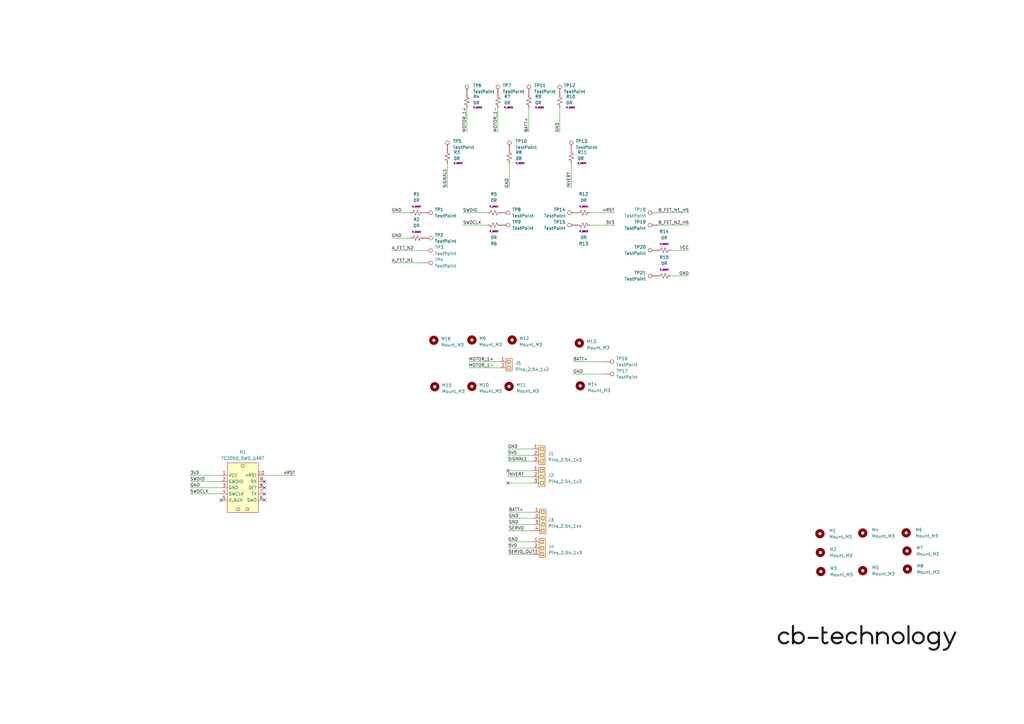
<source format=kicad_sch>
(kicad_sch (version 20230121) (generator eeschema)
  (paper "A3")
  (title_block (title "THE BRAWN - 20A LOGIC FIXTURE") (date "2023-05-29") (rev "v1.0") (company "CB-TECHNOLOGY"))
  (lib_symbols
    (symbol ".J_Connector:Pins_2.54_1x2" (pin_names hide)
      (property "Reference" "J" (at -1.27 6.35 0))
      (property "Value" "Pins_2.54_1x2" (at 0 -1.27 0))
      (symbol "Pins_2.54_1x2_0_1"
        (rectangle (start -1.27 5.08) (end 1.27 0) (stroke (width 0.1524)) (fill (type background)))
        (rectangle (start -0.635 1.905) (end 0.635 0.635) (stroke (width 0.1524)))
        (rectangle (start -0.635 4.445) (end 0.635 3.175) (stroke (width 0.1524)))
      )
      (symbol "Pins_2.54_1x2_1_1"
        (pin passive line (at -3.81 3.81 0) (length 2.54) (name "1") (number "1"))
        (pin passive line (at -3.81 1.27 0) (length 2.54) (name "2") (number "2"))
      )
    )
    (symbol ".J_Connector:Pins_2.54_1x3" (pin_names hide)
      (property "Reference" "J" (at -1.27 8.89 0))
      (property "Value" "Pins_2.54_1x3" (at 0 -1.27 0))
      (symbol "Pins_2.54_1x3_0_1"
        (rectangle (start -1.27 7.62) (end 1.27 0) (stroke (width 0.1524)) (fill (type background)))
        (rectangle (start -0.635 1.905) (end 0.635 0.635) (stroke (width 0.1524)))
        (rectangle (start -0.635 4.445) (end 0.635 3.175) (stroke (width 0.1524)))
        (rectangle (start -0.635 6.985) (end 0.635 5.715) (stroke (width 0.1524)))
      )
      (symbol "Pins_2.54_1x3_1_1"
        (pin passive line (at -3.81 6.35 0) (length 2.54) (name "1") (number "1"))
        (pin passive line (at -3.81 3.81 0) (length 2.54) (name "2") (number "2"))
        (pin passive line (at -3.81 1.27 0) (length 2.54) (name "3") (number "3"))
      )
    )
    (symbol ".J_Connector:Pins_2.54_1x4" (pin_names hide)
      (property "Reference" "J" (at -1.27 11.43 0))
      (property "Value" "Pins_2.54_1x4" (at 0 -1.27 0))
      (symbol "Pins_2.54_1x4_0_1"
        (rectangle (start -1.27 10.16) (end 1.27 0) (stroke (width 0.1524)) (fill (type background)))
        (rectangle (start -0.635 1.905) (end 0.635 0.635) (stroke (width 0.1524)))
        (rectangle (start -0.635 4.445) (end 0.635 3.175) (stroke (width 0.1524)))
        (rectangle (start -0.635 6.985) (end 0.635 5.715) (stroke (width 0.1524)))
        (rectangle (start -0.635 9.525) (end 0.635 8.255) (stroke (width 0.1524)))
      )
      (symbol "Pins_2.54_1x4_1_1"
        (pin passive line (at -3.81 8.89 0) (length 2.54) (name "1") (number "1"))
        (pin passive line (at -3.81 6.35 0) (length 2.54) (name "2") (number "2"))
        (pin passive line (at -3.81 3.81 0) (length 2.54) (name "3") (number "3"))
        (pin passive line (at -3.81 1.27 0) (length 2.54) (name "4") (number "4"))
      )
    )
    (symbol ".M_Mechanical:Mount_M3" (in_bom no)
      (property "Reference" "M" (at -1.27 3.81 0))
      (property "Value" "Mount_M3" (at 0 -3.81 0))
      (symbol "Mount_M3_0_1"
        (circle (center 0 0) (radius 1.27) (stroke (width 1.27)))
      )
    )
    (symbol ".N_NonPart:TC2050_SWD_UART" (in_bom no)
      (property "Reference" "N" (at -6.4 11.5 0))
      (property "Value" "TC2050_SWD_UART" (at 0 -11.5 0))
      (symbol "TC2050_SWD_UART_0_1"
        (rectangle (start -6.35 10.16) (end 6.35 -10.16) (stroke (width 0.1524)) (fill (type background)))
        (circle (center -1.905 -8.89) (radius 0.635) (stroke (width 0.1524)))
        (circle (center 0 8.89) (radius 0.635) (stroke (width 0.1524)))
        (circle (center 1.905 -8.89) (radius 0.635) (stroke (width 0.1524)))
      )
      (symbol "TC2050_SWD_UART_1_1"
        (pin power_in line (at -8.89 5.08 0) (length 2.54) (name "VCC") (number "1"))
        (pin output line (at 8.89 5.08 180) (length 2.54) (name "nRST") (number "10"))
        (pin bidirectional line (at -8.89 2.54 0) (length 2.54) (name "SWDIO") (number "2"))
        (pin power_in line (at -8.89 0 0) (length 2.54) (name "GND") (number "3"))
        (pin bidirectional line (at -8.89 -2.54 0) (length 2.54) (name "SWCLK") (number "4"))
        (pin power_out line (at -8.89 -5.08 0) (length 2.54) (name "V_AUX") (number "5"))
        (pin bidirectional line (at 8.89 -5.08 180) (length 2.54) (name "SWO") (number "6"))
        (pin output line (at 8.89 -2.54 180) (length 2.54) (name "TX") (number "7"))
        (pin output line (at 8.89 0 180) (length 2.54) (name "DET") (number "8"))
        (pin input line (at 8.89 2.54 180) (length 2.54) (name "RX") (number "9"))
      )
    )
    (symbol ".R_Resistor:R_0603" (pin_numbers hide) (pin_names (offset 1.016))
      (property "Reference" "R" (at 2.54 1.905 0))
      (property "Value" "R_0603" (at 5.08 0 0))
      (property "Size" "R_0603" (at 3.81 -1.905 0))
      (symbol "R_0603_1_1"
        (polyline (pts (xy 0 0) (xy 1.016 -0.381) (xy 0 -0.762) (xy -1.016 -1.143) (xy 0 -1.524)))
        (polyline (pts (xy 0 1.524) (xy 1.016 1.143) (xy 0 0.762) (xy -1.016 0.381) (xy 0 0)))
        (pin passive line (at 0 2.54 270) (length 1.016) (name "~") (number "1"))
        (pin passive line (at 0 -2.54 90) (length 1.016) (name "~") (number "2"))
      )
    )
    (symbol "Connector:TestPoint" (pin_numbers hide) (pin_names (offset 0.762) hide)
      (property "Reference" "TP" (at 0 6.858 0))
      (property "Value" "TestPoint" (at 0 5.08 0))
      (symbol "TestPoint_0_1"
        (circle (center 0 3.302) (radius 0.762))
      )
      (symbol "TestPoint_1_1"
        (pin passive line (at 0 0 90) (length 2.54) (name "1") (number "1"))
      )
    )
  )
  (no_connect (at 208.28 193.04))
  (no_connect (at 90.678 205.105))
  (no_connect (at 108.458 200.025))
  (no_connect (at 108.458 202.565))
  (no_connect (at 208.28 198.12))
  (no_connect (at 108.458 197.485))
  (no_connect (at 108.458 205.105))
  (wire (pts (xy 218.44 186.69) (xy 208.28 186.69)))
  (wire (pts (xy 204.216 44.069) (xy 204.216 54.229)))
  (wire (pts (xy 247.777 148.336) (xy 235.077 148.336)))
  (wire (pts (xy 218.44 198.12) (xy 208.28 198.12)))
  (wire (pts (xy 191.516 44.069) (xy 191.516 54.229)))
  (wire (pts (xy 173.355 107.823) (xy 160.655 107.823)))
  (wire (pts (xy 218.44 195.58) (xy 208.28 195.58)))
  (wire (pts (xy 269.875 92.329) (xy 282.575 92.329)))
  (wire (pts (xy 90.678 200.025) (xy 77.978 200.025)))
  (wire (pts (xy 173.355 102.743) (xy 160.655 102.743)))
  (wire (pts (xy 218.44 193.04) (xy 208.28 193.04)))
  (wire (pts (xy 168.275 87.249) (xy 160.655 87.249)))
  (wire (pts (xy 218.44 184.15) (xy 208.28 184.15)))
  (wire (pts (xy 208.915 66.929) (xy 208.915 77.089)))
  (wire (pts (xy 234.315 66.929) (xy 234.315 77.089)))
  (wire (pts (xy 274.955 102.616) (xy 282.575 102.616)))
  (wire (pts (xy 183.515 66.929) (xy 183.515 77.089)))
  (wire (pts (xy 168.275 97.663) (xy 160.655 97.663)))
  (wire (pts (xy 218.44 189.23) (xy 208.28 189.23)))
  (wire (pts (xy 200.025 87.249) (xy 189.865 87.249)))
  (wire (pts (xy 269.875 87.249) (xy 282.575 87.249)))
  (wire (pts (xy 218.567 224.79) (xy 208.407 224.79)))
  (wire (pts (xy 274.955 113.157) (xy 282.575 113.157)))
  (wire (pts (xy 218.821 212.598) (xy 208.661 212.598)))
  (wire (pts (xy 204.978 150.876) (xy 192.278 150.876)))
  (wire (pts (xy 216.916 44.069) (xy 216.916 54.229)))
  (wire (pts (xy 204.978 148.336) (xy 192.278 148.336)))
  (wire (pts (xy 218.567 222.25) (xy 208.407 222.25)))
  (wire (pts (xy 218.821 210.058) (xy 208.661 210.058)))
  (wire (pts (xy 247.777 153.416) (xy 235.077 153.416)))
  (wire (pts (xy 200.025 92.329) (xy 189.865 92.329)))
  (wire (pts (xy 108.458 194.945) (xy 121.158 194.945)))
  (wire (pts (xy 241.935 92.329) (xy 252.095 92.329)))
  (wire (pts (xy 229.616 44.069) (xy 229.616 54.229)))
  (wire (pts (xy 90.678 202.565) (xy 77.978 202.565)))
  (wire (pts (xy 218.821 217.678) (xy 208.661 217.678)))
  (wire (pts (xy 218.821 215.138) (xy 208.661 215.138)))
  (wire (pts (xy 218.567 227.33) (xy 208.407 227.33)))
  (wire (pts (xy 90.678 197.485) (xy 77.978 197.485)))
  (wire (pts (xy 90.678 194.945) (xy 77.978 194.945)))
  (wire (pts (xy 241.935 87.249) (xy 252.095 87.249)))
  (image (at 355.6 261.62) (scale 0.288117))
  (label "5V0" (at 208.28 186.69 0))
  (label "MOTOR_1+" (at 192.278 148.336 0))
  (label "GND" (at 208.661 212.598 0))
  (label "GND" (at 208.661 215.138 0))
  (label "BATT+" (at 235.077 148.336 0))
  (label "INVERT" (at 234.315 77.089 90))
  (label "3V3" (at 77.978 194.945 0))
  (label "SWDCLK" (at 189.865 92.329 0))
  (label "nRST" (at 121.158 194.945 180))
  (label "A_FET_N1" (at 160.655 107.823 0))
  (label "MOTOR_1-" (at 204.216 54.229 90))
  (label "MOTOR_1-" (at 192.278 150.876 0))
  (label "GND" (at 208.915 77.089 90))
  (label "GND" (at 229.616 54.229 90))
  (label "GND" (at 208.28 184.15 0))
  (label "3V3" (at 252.095 92.329 180))
  (label "SWDIO" (at 77.978 197.485 0))
  (label "SWDIO" (at 189.865 87.249 0))
  (label "5V0" (at 208.407 224.79 0))
  (label "BATT+" (at 208.661 210.058 0))
  (label "A_FET_N2" (at 160.655 102.743 0))
  (label "BATT+" (at 216.916 54.229 90))
  (label "MOTOR_1+" (at 191.516 54.229 90))
  (label "SIGNAL1" (at 183.515 77.089 90))
  (label "GND" (at 160.655 97.663 0))
  (label "GND" (at 282.575 113.157 180))
  (label "GND" (at 208.407 222.25 0))
  (label "SWDCLK" (at 77.978 202.565 0))
  (label "INVERT" (at 208.28 195.58 0))
  (label "B_FET_N1_HS" (at 282.575 87.249 180))
  (label "VCC" (at 282.575 102.616 180))
  (label "nRST" (at 252.095 87.249 180))
  (label "B_FET_N2_HS" (at 282.575 92.329 180))
  (label "GND" (at 77.978 200.025 0))
  (label "SIGNAL1" (at 208.28 189.23 0))
  (label "GND" (at 235.077 153.416 0))
  (label "SERVO_OUT" (at 208.407 227.33 0))
  (label "SERVO" (at 208.661 217.678 0))
  (label "GND" (at 160.655 87.249 0))
  (symbol (lib_id "Connector:TestPoint") (at 229.616 38.989 0) (unit 1)
    (property "Reference" "TP12" (at 231.1654 35.052 0) (effects (justify left)))
    (property "Value" "TestPoint" (at 231.1654 37.592 0) (effects (justify left)))
    (property "Footprint" "TestPoint:TestPoint_THTPad_D3.0mm_Drill1.5mm" (effects hide))
  )
  (symbol (lib_id ".M_Mechanical:Mount_M3") (at 353.8474 234.061 0) (unit 1) (in_bom no)
    (property "Reference" "M5" (at 357.5812 232.7909 0) (effects (justify left)))
    (property "Value" "Mount_M3" (at 357.5812 235.3309 0) (effects (justify left)))
    (property "Footprint" ".M_Mechanical:Mount_M3" (effects hide))
  )
  (symbol (lib_id ".R_Resistor:R_0603") (at 170.815 97.663 90) (unit 1)
    (property "Reference" "R2" (at 170.815 90.043 90))
    (property "Value" "0R" (at 170.815 92.583 90))
    (property "Footprint" ".R_Resistor:R_0603" (effects hide))
    (property "Size" "R_0603" (at 170.815 95.123 90) (effects (font (size 0.635 0.635))))
  )
  (symbol (lib_id ".M_Mechanical:Mount_M3") (at 372.0084 225.9838 0) (unit 1) (in_bom no)
    (property "Reference" "M7" (at 375.7422 224.7137 0) (effects (justify left)))
    (property "Value" "Mount_M3" (at 375.7422 227.2537 0) (effects (justify left)))
    (property "Footprint" ".M_Mechanical:Mount_M3" (effects hide))
  )
  (symbol (lib_id "Connector:TestPoint") (at 173.355 102.743 270) (unit 1)
    (property "Reference" "TP3" (at 178.2572 101.4729 90) (effects (justify left)))
    (property "Value" "TestPoint" (at 178.2572 104.0129 90) (effects (justify left)))
    (property "Footprint" "TestPoint:TestPoint_THTPad_D3.0mm_Drill1.5mm" (effects hide))
  )
  (symbol (lib_id "Connector:TestPoint") (at 191.516 38.989 0) (unit 1)
    (property "Reference" "TP6" (at 193.9036 35.052 0) (effects (justify left)))
    (property "Value" "TestPoint" (at 193.9036 37.592 0) (effects (justify left)))
    (property "Footprint" "TestPoint:TestPoint_THTPad_D3.0mm_Drill1.5mm" (effects hide))
  )
  (symbol (lib_id ".R_Resistor:R_0603") (at 272.415 102.616 90) (unit 1)
    (property "Reference" "R14" (at 272.415 94.996 90))
    (property "Value" "0R" (at 272.415 97.536 90))
    (property "Footprint" ".R_Resistor:R_0603" (effects hide))
    (property "Size" "R_0603" (at 272.415 100.076 90) (effects (font (size 0.635 0.635))))
  )
  (symbol (lib_id ".M_Mechanical:Mount_M3") (at 237.617 140.716 0) (unit 1) (in_bom no)
    (property "Reference" "M13" (at 240.538 140.081 0) (effects (justify left)))
    (property "Value" "Mount_M3" (at 240.538 142.621 0) (effects (justify left)))
    (property "Footprint" ".M_Mechanical:Mount_M3" (effects hide))
  )
  (symbol (lib_id "Connector:TestPoint") (at 269.875 87.249 90) (mirror x) (unit 1)
    (property "Reference" "TP18" (at 264.9728 85.9789 90) (effects (justify left)))
    (property "Value" "TestPoint" (at 264.9728 88.5189 90) (effects (justify left)))
    (property "Footprint" "TestPoint:TestPoint_THTPad_D3.0mm_Drill1.5mm" (effects hide))
  )
  (symbol (lib_id ".M_Mechanical:Mount_M3") (at 193.548 139.446 0) (unit 1) (in_bom no)
    (property "Reference" "M9" (at 196.469 138.811 0) (effects (justify left)))
    (property "Value" "Mount_M3" (at 196.469 141.351 0) (effects (justify left)))
    (property "Footprint" ".M_Mechanical:Mount_M3" (effects hide))
  )
  (symbol (lib_id "Connector:TestPoint") (at 236.855 87.249 90) (mirror x) (unit 1)
    (property "Reference" "TP14" (at 231.9528 85.9789 90) (effects (justify left)))
    (property "Value" "TestPoint" (at 231.9528 88.5189 90) (effects (justify left)))
    (property "Footprint" "TestPoint:TestPoint_THTPad_D3.0mm_Drill1.5mm" (effects hide))
  )
  (symbol (lib_id "Connector:TestPoint") (at 204.216 38.989 0) (unit 1)
    (property "Reference" "TP7" (at 206.121 35.052 0) (effects (justify left)))
    (property "Value" "TestPoint" (at 206.121 37.592 0) (effects (justify left)))
    (property "Footprint" "TestPoint:TestPoint_THTPad_D3.0mm_Drill1.5mm" (effects hide))
  )
  (symbol (lib_id ".J_Connector:Pins_2.54_1x3") (at 222.377 228.6 0) (unit 1)
    (property "Reference" "J4" (at 224.917 224.155 0) (effects (justify left)))
    (property "Value" "Pins_2.54_1x3" (at 224.917 226.695 0) (effects (justify left)))
    (property "Footprint" ".J_Connector:Pins-2.54-1x3" (effects hide))
  )
  (symbol (lib_id ".M_Mechanical:Mount_M3") (at 210.058 139.446 0) (unit 1) (in_bom no)
    (property "Reference" "M12" (at 212.979 138.811 0) (effects (justify left)))
    (property "Value" "Mount_M3" (at 212.979 141.351 0) (effects (justify left)))
    (property "Footprint" ".M_Mechanical:Mount_M3" (effects hide))
  )
  (symbol (lib_id ".R_Resistor:R_0603") (at 202.565 92.329 90) (mirror x) (unit 1)
    (property "Reference" "R6" (at 202.565 99.949 90))
    (property "Value" "0R" (at 202.565 97.409 90))
    (property "Footprint" ".R_Resistor:R_0603" (effects hide))
    (property "Size" "R_0603" (at 202.565 94.869 90) (effects (font (size 0.635 0.635))))
  )
  (symbol (lib_id "Connector:TestPoint") (at 247.777 153.416 270) (unit 1)
    (property "Reference" "TP17" (at 252.6792 152.1459 90) (effects (justify left)))
    (property "Value" "TestPoint" (at 252.6792 154.6859 90) (effects (justify left)))
    (property "Footprint" "TestPoint:TestPoint_THTPad_D3.0mm_Drill1.5mm" (effects hide))
  )
  (symbol (lib_id ".M_Mechanical:Mount_M3") (at 336.296 218.8972 0) (unit 1) (in_bom no)
    (property "Reference" "M1" (at 340.0298 217.6271 0) (effects (justify left)))
    (property "Value" "Mount_M3" (at 340.0298 220.1671 0) (effects (justify left)))
    (property "Footprint" ".M_Mechanical:Mount_M3" (effects hide))
  )
  (symbol (lib_id ".R_Resistor:R_0603") (at 239.395 87.249 90) (unit 1)
    (property "Reference" "R12" (at 239.395 79.629 90))
    (property "Value" "0R" (at 239.395 82.169 90))
    (property "Footprint" ".R_Resistor:R_0603" (effects hide))
    (property "Size" "R_0603" (at 239.395 84.709 90) (effects (font (size 0.635 0.635))))
  )
  (symbol (lib_id "Connector:TestPoint") (at 269.875 92.329 90) (mirror x) (unit 1)
    (property "Reference" "TP19" (at 264.9728 91.0589 90) (effects (justify left)))
    (property "Value" "TestPoint" (at 264.9728 93.5989 90) (effects (justify left)))
    (property "Footprint" "TestPoint:TestPoint_THTPad_D3.0mm_Drill1.5mm" (effects hide))
  )
  (symbol (lib_id ".R_Resistor:R_0603") (at 191.516 41.529 0) (unit 1)
    (property "Reference" "R4" (at 194.056 39.624 0) (effects (justify left)))
    (property "Value" "0R" (at 194.056 42.164 0) (effects (justify left)))
    (property "Footprint" ".R_Resistor:R_0603" (effects hide))
    (property "Size" "R_0603" (at 194.056 44.069 0) (effects (font (size 0.635 0.635)) (justify left)))
  )
  (symbol (lib_id "Connector:TestPoint") (at 269.875 113.157 90) (mirror x) (unit 1)
    (property "Reference" "TP21" (at 264.9728 111.8869 90) (effects (justify left)))
    (property "Value" "TestPoint" (at 264.9728 114.4269 90) (effects (justify left)))
    (property "Footprint" "TestPoint:TestPoint_THTPad_D3.0mm_Drill1.5mm" (effects hide))
  )
  (symbol (lib_id ".R_Resistor:R_0603") (at 170.815 87.249 90) (unit 1)
    (property "Reference" "R1" (at 170.815 79.629 90))
    (property "Value" "0R" (at 170.815 82.169 90))
    (property "Footprint" ".R_Resistor:R_0603" (effects hide))
    (property "Size" "R_0603" (at 170.815 84.709 90) (effects (font (size 0.635 0.635))))
  )
  (symbol (lib_id "Connector:TestPoint") (at 269.875 102.616 90) (mirror x) (unit 1)
    (property "Reference" "TP20" (at 264.9728 101.3459 90) (effects (justify left)))
    (property "Value" "TestPoint" (at 264.9728 103.8859 90) (effects (justify left)))
    (property "Footprint" "TestPoint:TestPoint_THTPad_D3.0mm_Drill1.5mm" (effects hide))
  )
  (symbol (lib_id "Connector:TestPoint") (at 236.855 92.329 90) (mirror x) (unit 1)
    (property "Reference" "TP15" (at 231.9528 91.0589 90) (effects (justify left)))
    (property "Value" "TestPoint" (at 231.9528 93.5989 90) (effects (justify left)))
    (property "Footprint" "TestPoint:TestPoint_THTPad_D3.0mm_Drill1.5mm" (effects hide))
  )
  (symbol (lib_id "Connector:TestPoint") (at 247.777 148.336 270) (unit 1)
    (property "Reference" "TP16" (at 252.6792 147.0659 90) (effects (justify left)))
    (property "Value" "TestPoint" (at 252.6792 149.6059 90) (effects (justify left)))
    (property "Footprint" "TestPoint:TestPoint_THTPad_D3.0mm_Drill1.5mm" (effects hide))
  )
  (symbol (lib_id ".R_Resistor:R_0603") (at 216.916 41.529 0) (unit 1)
    (property "Reference" "R9" (at 219.456 39.624 0) (effects (justify left)))
    (property "Value" "0R" (at 219.456 42.164 0) (effects (justify left)))
    (property "Footprint" ".R_Resistor:R_0603" (effects hide))
    (property "Size" "R_0603" (at 219.456 44.069 0) (effects (font (size 0.635 0.635)) (justify left)))
  )
  (symbol (lib_id ".R_Resistor:R_0603") (at 234.315 64.389 0) (unit 1)
    (property "Reference" "R11" (at 236.855 62.484 0) (effects (justify left)))
    (property "Value" "0R" (at 236.855 65.024 0) (effects (justify left)))
    (property "Footprint" ".R_Resistor:R_0603" (effects hide))
    (property "Size" "R_0603" (at 236.855 66.929 0) (effects (font (size 0.635 0.635)) (justify left)))
  )
  (symbol (lib_id ".N_NonPart:TC2050_SWD_UART") (at 99.568 200.025 0) (unit 1) (in_bom no)
    (property "Reference" "N1" (at 99.568 185.42 0))
    (property "Value" "TC2050_SWD_UART" (at 99.568 187.96 0))
    (property "Footprint" ".N_NonPart:TagConnect_TC2050" (effects hide))
  )
  (symbol (lib_id "Connector:TestPoint") (at 173.355 107.823 270) (unit 1)
    (property "Reference" "TP4" (at 178.2572 106.5529 90) (effects (justify left)))
    (property "Value" "TestPoint" (at 178.2572 109.0929 90) (effects (justify left)))
    (property "Footprint" "TestPoint:TestPoint_THTPad_D3.0mm_Drill1.5mm" (effects hide))
  )
  (symbol (lib_id ".M_Mechanical:Mount_M3") (at 178.308 158.623 0) (unit 1) (in_bom no)
    (property "Reference" "M15" (at 181.229 157.988 0) (effects (justify left)))
    (property "Value" "Mount_M3" (at 181.229 160.528 0) (effects (justify left)))
    (property "Footprint" ".M_Mechanical:Mount_M3" (effects hide))
  )
  (symbol (lib_id ".M_Mechanical:Mount_M3") (at 372.1862 233.4006 0) (unit 1) (in_bom no)
    (property "Reference" "M8" (at 375.92 232.1305 0) (effects (justify left)))
    (property "Value" "Mount_M3" (at 375.92 234.6705 0) (effects (justify left)))
    (property "Footprint" ".M_Mechanical:Mount_M3" (effects hide))
  )
  (symbol (lib_id ".M_Mechanical:Mount_M3") (at 336.4738 226.5934 0) (unit 1) (in_bom no)
    (property "Reference" "M2" (at 340.2076 225.3233 0) (effects (justify left)))
    (property "Value" "Mount_M3" (at 340.2076 227.8633 0) (effects (justify left)))
    (property "Footprint" ".M_Mechanical:Mount_M3" (effects hide))
  )
  (symbol (lib_id ".R_Resistor:R_0603") (at 204.216 41.529 0) (unit 1)
    (property "Reference" "R7" (at 206.756 39.624 0) (effects (justify left)))
    (property "Value" "0R" (at 206.756 42.164 0) (effects (justify left)))
    (property "Footprint" ".R_Resistor:R_0603" (effects hide))
    (property "Size" "R_0603" (at 206.756 44.069 0) (effects (font (size 0.635 0.635)) (justify left)))
  )
  (symbol (lib_id ".J_Connector:Pins_2.54_1x4") (at 222.631 218.948 0) (unit 1)
    (property "Reference" "J3" (at 224.79 213.233 0) (effects (justify left)))
    (property "Value" "Pins_2.54_1x4" (at 224.79 215.773 0) (effects (justify left)))
    (property "Footprint" "J_Connector:Pins-2.54-1x4" (effects hide))
  )
  (symbol (lib_id ".R_Resistor:R_0603") (at 229.616 41.529 0) (unit 1)
    (property "Reference" "R10" (at 232.156 39.624 0) (effects (justify left)))
    (property "Value" "0R" (at 232.156 42.164 0) (effects (justify left)))
    (property "Footprint" ".R_Resistor:R_0603" (effects hide))
    (property "Size" "R_0603" (at 232.156 44.069 0) (effects (font (size 0.635 0.635)) (justify left)))
  )
  (symbol (lib_id "Connector:TestPoint") (at 208.915 61.849 0) (unit 1)
    (property "Reference" "TP10" (at 211.328 57.912 0) (effects (justify left)))
    (property "Value" "TestPoint" (at 211.328 60.452 0) (effects (justify left)))
    (property "Footprint" "TestPoint:TestPoint_THTPad_D3.0mm_Drill1.5mm" (effects hide))
  )
  (symbol (lib_id ".R_Resistor:R_0603") (at 272.415 113.157 90) (unit 1)
    (property "Reference" "R15" (at 272.415 105.537 90))
    (property "Value" "0R" (at 272.415 108.077 90))
    (property "Footprint" ".R_Resistor:R_0603" (effects hide))
    (property "Size" "R_0603" (at 272.415 110.617 90) (effects (font (size 0.635 0.635))))
  )
  (symbol (lib_id "Connector:TestPoint") (at 173.355 97.663 270) (unit 1)
    (property "Reference" "TP2" (at 178.2572 96.3929 90) (effects (justify left)))
    (property "Value" "TestPoint" (at 178.2572 98.9329 90) (effects (justify left)))
    (property "Footprint" "TestPoint:TestPoint_THTPad_D3.0mm_Drill1.5mm" (effects hide))
  )
  (symbol (lib_id ".J_Connector:Pins_2.54_1x2") (at 208.788 152.146 0) (unit 1)
    (property "Reference" "J5" (at 211.328 148.971 0) (effects (justify left)))
    (property "Value" "Pins_2.54_1x2" (at 211.328 151.511 0) (effects (justify left)))
    (property "Footprint" ".J_Connector:Pins-2.54-1x2" (effects hide))
  )
  (symbol (lib_id "Connector:TestPoint") (at 173.355 87.249 270) (unit 1)
    (property "Reference" "TP1" (at 178.2572 85.9789 90) (effects (justify left)))
    (property "Value" "TestPoint" (at 178.2572 88.5189 90) (effects (justify left)))
    (property "Footprint" "TestPoint:TestPoint_THTPad_D3.0mm_Drill1.5mm" (effects hide))
  )
  (symbol (lib_id ".R_Resistor:R_0603") (at 202.565 87.249 90) (unit 1)
    (property "Reference" "R5" (at 202.565 79.629 90))
    (property "Value" "0R" (at 202.565 82.169 90))
    (property "Footprint" ".R_Resistor:R_0603" (effects hide))
    (property "Size" "R_0603" (at 202.565 84.709 90) (effects (font (size 0.635 0.635))))
  )
  (symbol (lib_id ".M_Mechanical:Mount_M3") (at 193.548 158.496 0) (unit 1) (in_bom no)
    (property "Reference" "M10" (at 196.469 157.861 0) (effects (justify left)))
    (property "Value" "Mount_M3" (at 196.469 160.401 0) (effects (justify left)))
    (property "Footprint" ".M_Mechanical:Mount_M3" (effects hide))
  )
  (symbol (lib_id "Connector:TestPoint") (at 183.515 61.849 0) (unit 1)
    (property "Reference" "TP5" (at 185.6486 57.912 0) (effects (justify left)))
    (property "Value" "TestPoint" (at 185.6486 60.452 0) (effects (justify left)))
    (property "Footprint" "TestPoint:TestPoint_THTPad_D3.0mm_Drill1.5mm" (effects hide))
  )
  (symbol (lib_id ".M_Mechanical:Mount_M3") (at 208.788 158.496 0) (unit 1) (in_bom no)
    (property "Reference" "M11" (at 211.709 157.861 0) (effects (justify left)))
    (property "Value" "Mount_M3" (at 211.709 160.401 0) (effects (justify left)))
    (property "Footprint" ".M_Mechanical:Mount_M3" (effects hide))
  )
  (symbol (lib_id ".J_Connector:Pins_2.54_1x3") (at 222.25 199.39 0) (unit 1)
    (property "Reference" "J2" (at 224.79 194.945 0) (effects (justify left)))
    (property "Value" "Pins_2.54_1x3" (at 224.79 197.485 0) (effects (justify left)))
    (property "Footprint" ".J_Connector:Pins-2.54-1x3" (effects hide))
  )
  (symbol (lib_id ".R_Resistor:R_0603") (at 208.915 64.389 0) (unit 1)
    (property "Reference" "R8" (at 211.455 62.484 0) (effects (justify left)))
    (property "Value" "0R" (at 211.455 65.024 0) (effects (justify left)))
    (property "Footprint" ".R_Resistor:R_0603" (effects hide))
    (property "Size" "R_0603" (at 211.455 66.929 0) (effects (font (size 0.635 0.635)) (justify left)))
  )
  (symbol (lib_id "Connector:TestPoint") (at 216.916 38.989 0) (unit 1)
    (property "Reference" "TP11" (at 219.0242 35.052 0) (effects (justify left)))
    (property "Value" "TestPoint" (at 219.0242 37.592 0) (effects (justify left)))
    (property "Footprint" "TestPoint:TestPoint_THTPad_D3.0mm_Drill1.5mm" (effects hide))
  )
  (symbol (lib_id ".M_Mechanical:Mount_M3") (at 353.8474 218.6178 0) (unit 1) (in_bom no)
    (property "Reference" "M4" (at 357.5812 217.3477 0) (effects (justify left)))
    (property "Value" "Mount_M3" (at 357.5812 219.8877 0) (effects (justify left)))
    (property "Footprint" ".M_Mechanical:Mount_M3" (effects hide))
  )
  (symbol (lib_id ".M_Mechanical:Mount_M3") (at 371.6528 218.5416 0) (unit 1) (in_bom no)
    (property "Reference" "M6" (at 375.3866 217.2715 0) (effects (justify left)))
    (property "Value" "Mount_M3" (at 375.3866 219.8115 0) (effects (justify left)))
    (property "Footprint" ".M_Mechanical:Mount_M3" (effects hide))
  )
  (symbol (lib_id ".M_Mechanical:Mount_M3") (at 177.927 139.573 0) (unit 1) (in_bom no)
    (property "Reference" "M16" (at 180.848 138.938 0) (effects (justify left)))
    (property "Value" "Mount_M3" (at 180.848 141.478 0) (effects (justify left)))
    (property "Footprint" ".M_Mechanical:Mount_M3" (effects hide))
  )
  (symbol (lib_id ".R_Resistor:R_0603") (at 239.395 92.329 90) (mirror x) (unit 1)
    (property "Reference" "R13" (at 239.395 99.949 90))
    (property "Value" "0R" (at 239.395 97.409 90))
    (property "Footprint" ".R_Resistor:R_0603" (effects hide))
    (property "Size" "R_0603" (at 239.395 94.869 90) (effects (font (size 0.635 0.635))))
  )
  (symbol (lib_id ".M_Mechanical:Mount_M3") (at 237.998 158.242 0) (unit 1) (in_bom no)
    (property "Reference" "M14" (at 240.919 157.607 0) (effects (justify left)))
    (property "Value" "Mount_M3" (at 240.919 160.147 0) (effects (justify left)))
    (property "Footprint" ".M_Mechanical:Mount_M3" (effects hide))
  )
  (symbol (lib_id "Connector:TestPoint") (at 205.105 87.249 270) (unit 1)
    (property "Reference" "TP8" (at 210.0072 85.9789 90) (effects (justify left)))
    (property "Value" "TestPoint" (at 210.0072 88.5189 90) (effects (justify left)))
    (property "Footprint" "TestPoint:TestPoint_THTPad_D3.0mm_Drill1.5mm" (effects hide))
  )
  (symbol (lib_id ".R_Resistor:R_0603") (at 183.515 64.389 0) (unit 1)
    (property "Reference" "R3" (at 186.055 62.484 0) (effects (justify left)))
    (property "Value" "0R" (at 186.055 65.024 0) (effects (justify left)))
    (property "Footprint" ".R_Resistor:R_0603" (effects hide))
    (property "Size" "R_0603" (at 186.055 66.929 0) (effects (font (size 0.635 0.635)) (justify left)))
  )
  (symbol (lib_id "Connector:TestPoint") (at 234.315 61.849 0) (unit 1)
    (property "Reference" "TP13" (at 236.0676 57.912 0) (effects (justify left)))
    (property "Value" "TestPoint" (at 236.0676 60.452 0) (effects (justify left)))
    (property "Footprint" "TestPoint:TestPoint_THTPad_D3.0mm_Drill1.5mm" (effects hide))
  )
  (symbol (lib_id ".M_Mechanical:Mount_M3") (at 336.6516 234.4166 0) (unit 1) (in_bom no)
    (property "Reference" "M3" (at 340.3854 233.1465 0) (effects (justify left)))
    (property "Value" "Mount_M3" (at 340.3854 235.6865 0) (effects (justify left)))
    (property "Footprint" ".M_Mechanical:Mount_M3" (effects hide))
  )
  (symbol (lib_id ".J_Connector:Pins_2.54_1x3") (at 222.25 190.5 0) (unit 1)
    (property "Reference" "J1" (at 224.79 186.055 0) (effects (justify left)))
    (property "Value" "Pins_2.54_1x3" (at 224.79 188.595 0) (effects (justify left)))
    (property "Footprint" ".J_Connector:Pins-2.54-1x3" (effects hide))
  )
  (symbol (lib_id "Connector:TestPoint") (at 205.105 92.329 270) (unit 1)
    (property "Reference" "TP9" (at 210.0072 91.0589 90) (effects (justify left)))
    (property "Value" "TestPoint" (at 210.0072 93.5989 90) (effects (justify left)))
    (property "Footprint" "TestPoint:TestPoint_THTPad_D3.0mm_Drill1.5mm" (effects hide))
  )
)
</source>
